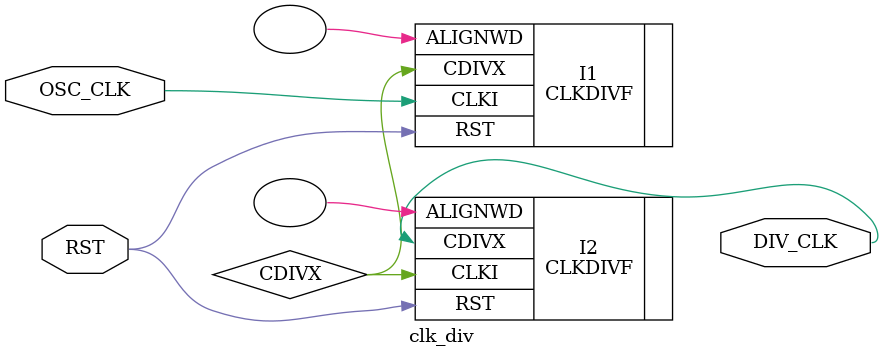
<source format=v>
module clk_div(
	input OSC_CLK,
	input RST,
	output DIV_CLK
);
	wire CDIVX;
	
	
	defparam I1.DIV = "2.0";
	defparam I1.GSR = "DISABLED";
	CLKDIVF I1 (
	 .RST (RST)
	 ,.CLKI (OSC_CLK)
	 ,.ALIGNWD ()
	 ,.CDIVX (CDIVX));
	 
	defparam I2.DIV = "2.0";
	defparam I2.GSR = "DISABLED";
	CLKDIVF I2 (
	 .RST (RST),
	 .CLKI (CDIVX),
	 .ALIGNWD (),
	 .CDIVX (DIV_CLK));

endmodule
</source>
